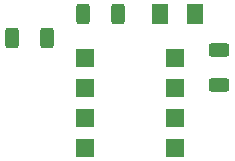
<source format=gbr>
%TF.GenerationSoftware,KiCad,Pcbnew,8.0.8*%
%TF.CreationDate,2025-01-25T13:23:04+05:30*%
%TF.ProjectId,ir sensor,69722073-656e-4736-9f72-2e6b69636164,rev?*%
%TF.SameCoordinates,Original*%
%TF.FileFunction,Paste,Top*%
%TF.FilePolarity,Positive*%
%FSLAX46Y46*%
G04 Gerber Fmt 4.6, Leading zero omitted, Abs format (unit mm)*
G04 Created by KiCad (PCBNEW 8.0.8) date 2025-01-25 13:23:04*
%MOMM*%
%LPD*%
G01*
G04 APERTURE LIST*
G04 Aperture macros list*
%AMRoundRect*
0 Rectangle with rounded corners*
0 $1 Rounding radius*
0 $2 $3 $4 $5 $6 $7 $8 $9 X,Y pos of 4 corners*
0 Add a 4 corners polygon primitive as box body*
4,1,4,$2,$3,$4,$5,$6,$7,$8,$9,$2,$3,0*
0 Add four circle primitives for the rounded corners*
1,1,$1+$1,$2,$3*
1,1,$1+$1,$4,$5*
1,1,$1+$1,$6,$7*
1,1,$1+$1,$8,$9*
0 Add four rect primitives between the rounded corners*
20,1,$1+$1,$2,$3,$4,$5,0*
20,1,$1+$1,$4,$5,$6,$7,0*
20,1,$1+$1,$6,$7,$8,$9,0*
20,1,$1+$1,$8,$9,$2,$3,0*%
G04 Aperture macros list end*
%ADD10R,1.600000X1.600000*%
%ADD11RoundRect,0.250000X0.312500X0.625000X-0.312500X0.625000X-0.312500X-0.625000X0.312500X-0.625000X0*%
%ADD12RoundRect,0.250000X-0.625000X0.312500X-0.625000X-0.312500X0.625000X-0.312500X0.625000X0.312500X0*%
%ADD13RoundRect,0.250001X0.462499X0.624999X-0.462499X0.624999X-0.462499X-0.624999X0.462499X-0.624999X0*%
G04 APERTURE END LIST*
D10*
%TO.C,U1*%
X214190000Y-75190000D03*
X214190000Y-77730000D03*
X214190000Y-80270000D03*
X214190000Y-82810000D03*
X221810000Y-82810000D03*
X221810000Y-80270000D03*
X221810000Y-77730000D03*
X221810000Y-75190000D03*
%TD*%
D11*
%TO.C,R3*%
X216925000Y-71500000D03*
X214000000Y-71500000D03*
%TD*%
D12*
%TO.C,R2*%
X225500000Y-74575000D03*
X225500000Y-77500000D03*
%TD*%
D11*
%TO.C,R1*%
X210925000Y-73500000D03*
X208000000Y-73500000D03*
%TD*%
D13*
%TO.C,D3*%
X220500000Y-71500000D03*
X223475000Y-71500000D03*
%TD*%
M02*

</source>
